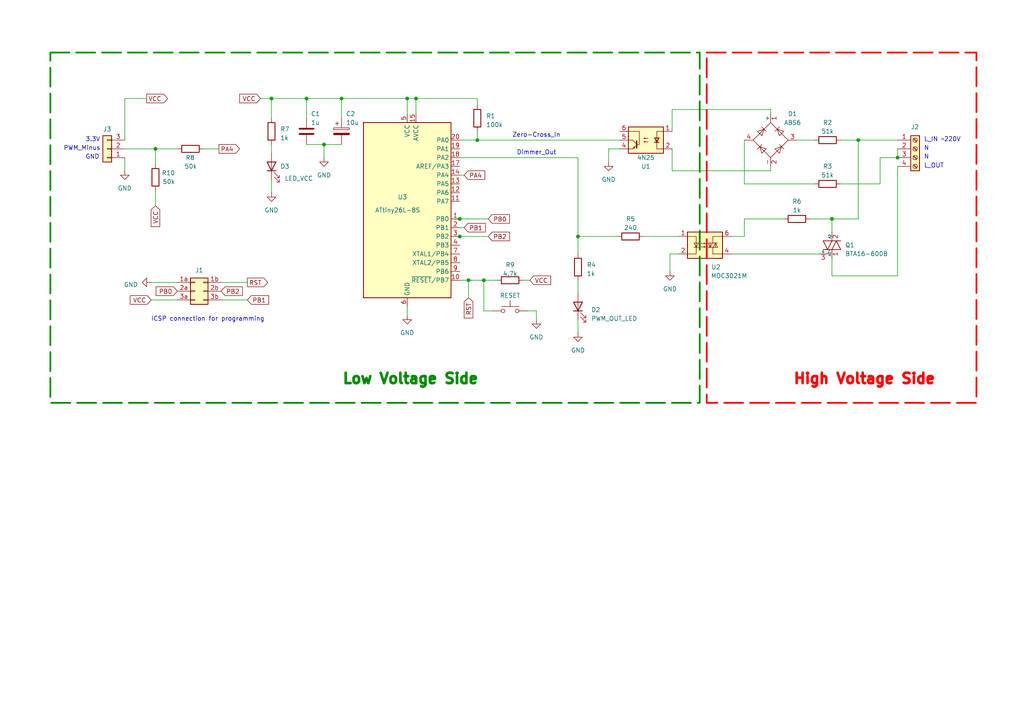
<source format=kicad_sch>
(kicad_sch (version 20230121) (generator eeschema)
  (paper "A4")
  (title_block (title "Твердотельное реле с анализом ШИМ / Smart SSR") (date "2023-03-12") (comment 2 "Dmitry Parkhomeko") (comment 3 "https://uni3d.store/viewtopic.php?t=527"))
  (lib_symbols
    (symbol "Connector:Screw_Terminal_01x04" (pin_names (offset 1.016) hide)
      (property "Reference" "J" (at 0 5.08 0))
      (property "Value" "Screw_Terminal_01x04" (at 0 -7.62 0))
      (symbol "Screw_Terminal_01x04_1_1"
        (rectangle (start -1.27 3.81) (end 1.27 -6.35) (stroke (width 0.254)) (fill (type background)))
        (circle (center 0 -5.08) (radius 0.635) (stroke (width 0.1524)))
        (circle (center 0 -2.54) (radius 0.635) (stroke (width 0.1524)))
        (polyline (pts (xy -0.5334 -4.7498) (xy 0.3302 -5.588)) (stroke (width 0.1524)))
        (polyline (pts (xy -0.5334 -2.2098) (xy 0.3302 -3.048)) (stroke (width 0.1524)))
        (polyline (pts (xy -0.5334 0.3302) (xy 0.3302 -0.508)) (stroke (width 0.1524)))
        (polyline (pts (xy -0.5334 2.8702) (xy 0.3302 2.032)) (stroke (width 0.1524)))
        (polyline (pts (xy -0.3556 -4.572) (xy 0.508 -5.4102)) (stroke (width 0.1524)))
        (polyline (pts (xy -0.3556 -2.032) (xy 0.508 -2.8702)) (stroke (width 0.1524)))
        (polyline (pts (xy -0.3556 0.508) (xy 0.508 -0.3302)) (stroke (width 0.1524)))
        (polyline (pts (xy -0.3556 3.048) (xy 0.508 2.2098)) (stroke (width 0.1524)))
        (circle (center 0 0) (radius 0.635) (stroke (width 0.1524)))
        (circle (center 0 2.54) (radius 0.635) (stroke (width 0.1524)))
        (pin passive line (at -5.08 2.54 0) (length 3.81) (name "Pin_1") (number "1"))
        (pin passive line (at -5.08 0 0) (length 3.81) (name "Pin_2") (number "2"))
        (pin passive line (at -5.08 -2.54 0) (length 3.81) (name "Pin_3") (number "3"))
        (pin passive line (at -5.08 -5.08 0) (length 3.81) (name "Pin_4") (number "4"))
      )
    )
    (symbol "Connector_Generic:Conn_01x03" (pin_names (offset 1.016) hide)
      (property "Reference" "J" (at 0 5.08 0))
      (property "Value" "Conn_01x03" (at 0 -5.08 0))
      (symbol "Conn_01x03_1_1"
        (rectangle (start -1.27 -2.413) (end 0 -2.667) (stroke (width 0.1524)))
        (rectangle (start -1.27 0.127) (end 0 -0.127) (stroke (width 0.1524)))
        (rectangle (start -1.27 2.667) (end 0 2.413) (stroke (width 0.1524)))
        (rectangle (start -1.27 3.81) (end 1.27 -3.81) (stroke (width 0.254)) (fill (type background)))
        (pin passive line (at -5.08 2.54 0) (length 3.81) (name "Pin_1") (number "1"))
        (pin passive line (at -5.08 0 0) (length 3.81) (name "Pin_2") (number "2"))
        (pin passive line (at -5.08 -2.54 0) (length 3.81) (name "Pin_3") (number "3"))
      )
    )
    (symbol "Connector_Generic:Conn_02x03_Row_Letter_Last" (pin_names (offset 1.016) hide)
      (property "Reference" "J" (at 1.27 5.08 0))
      (property "Value" "Conn_02x03_Row_Letter_Last" (at 1.27 -5.08 0))
      (symbol "Conn_02x03_Row_Letter_Last_1_1"
        (rectangle (start -1.27 -2.413) (end 0 -2.667) (stroke (width 0.1524)))
        (rectangle (start -1.27 0.127) (end 0 -0.127) (stroke (width 0.1524)))
        (rectangle (start -1.27 2.667) (end 0 2.413) (stroke (width 0.1524)))
        (rectangle (start -1.27 3.81) (end 3.81 -3.81) (stroke (width 0.254)) (fill (type background)))
        (rectangle (start 3.81 -2.413) (end 2.54 -2.667) (stroke (width 0.1524)))
        (rectangle (start 3.81 0.127) (end 2.54 -0.127) (stroke (width 0.1524)))
        (rectangle (start 3.81 2.667) (end 2.54 2.413) (stroke (width 0.1524)))
        (pin passive line (at -5.08 2.54 0) (length 3.81) (name "Pin_1a") (number "1a"))
        (pin passive line (at 7.62 2.54 180) (length 3.81) (name "Pin_1b") (number "1b"))
        (pin passive line (at -5.08 0 0) (length 3.81) (name "Pin_2a") (number "2a"))
        (pin passive line (at 7.62 0 180) (length 3.81) (name "Pin_2b") (number "2b"))
        (pin passive line (at -5.08 -2.54 0) (length 3.81) (name "Pin_3a") (number "3a"))
        (pin passive line (at 7.62 -2.54 180) (length 3.81) (name "Pin_3b") (number "3b"))
      )
    )
    (symbol "Device:C" (pin_numbers hide) (pin_names (offset 0.254))
      (property "Reference" "C" (at 0.635 2.54 0))
      (property "Value" "C" (at 0.635 -2.54 0))
      (symbol "C_0_1"
        (polyline (pts (xy -2.032 -0.762) (xy 2.032 -0.762)) (stroke (width 0.508)))
        (polyline (pts (xy -2.032 0.762) (xy 2.032 0.762)) (stroke (width 0.508)))
      )
      (symbol "C_1_1"
        (pin passive line (at 0 3.81 270) (length 2.794) (name "~") (number "1"))
        (pin passive line (at 0 -3.81 90) (length 2.794) (name "~") (number "2"))
      )
    )
    (symbol "Device:C_Polarized" (pin_numbers hide) (pin_names (offset 0.254))
      (property "Reference" "C" (at 0.635 2.54 0))
      (property "Value" "C_Polarized" (at 0.635 -2.54 0))
      (symbol "C_Polarized_0_1"
        (rectangle (start -2.286 0.508) (end 2.286 1.016))
        (polyline (pts (xy -1.778 2.286) (xy -0.762 2.286)))
        (polyline (pts (xy -1.27 2.794) (xy -1.27 1.778)))
        (rectangle (start 2.286 -0.508) (end -2.286 -1.016) (fill (type outline)))
      )
      (symbol "C_Polarized_1_1"
        (pin passive line (at 0 3.81 270) (length 2.794) (name "~") (number "1"))
        (pin passive line (at 0 -3.81 90) (length 2.794) (name "~") (number "2"))
      )
    )
    (symbol "Device:LED" (pin_numbers hide) (pin_names (offset 1.016) hide)
      (property "Reference" "D" (at 0 2.54 0))
      (property "Value" "LED" (at 0 -2.54 0))
      (symbol "LED_0_1"
        (polyline (pts (xy -1.27 -1.27) (xy -1.27 1.27)) (stroke (width 0.254)))
        (polyline (pts (xy -1.27 0) (xy 1.27 0)))
        (polyline (pts (xy 1.27 -1.27) (xy 1.27 1.27) (xy -1.27 0) (xy 1.27 -1.27)) (stroke (width 0.254)))
        (polyline (pts (xy -3.048 -0.762) (xy -4.572 -2.286) (xy -3.81 -2.286) (xy -4.572 -2.286) (xy -4.572 -1.524)))
        (polyline (pts (xy -1.778 -0.762) (xy -3.302 -2.286) (xy -2.54 -2.286) (xy -3.302 -2.286) (xy -3.302 -1.524)))
      )
      (symbol "LED_1_1"
        (pin passive line (at -3.81 0 0) (length 2.54) (name "K") (number "1"))
        (pin passive line (at 3.81 0 180) (length 2.54) (name "A") (number "2"))
      )
    )
    (symbol "Device:R" (pin_numbers hide) (pin_names (offset 0))
      (property "Reference" "R" (at 2.032 0 90))
      (property "Value" "R" (at 0 0 90))
      (symbol "R_0_1"
        (rectangle (start -1.016 -2.54) (end 1.016 2.54) (stroke (width 0.254)))
      )
      (symbol "R_1_1"
        (pin passive line (at 0 3.81 270) (length 1.27) (name "~") (number "1"))
        (pin passive line (at 0 -3.81 90) (length 1.27) (name "~") (number "2"))
      )
    )
    (symbol "Diode_Bridge:ABS6" (pin_names (offset 0))
      (property "Reference" "D" (at 2.54 6.985 0))
      (property "Value" "ABS6" (at 2.54 5.08 0))
      (symbol "ABS6_0_1"
        (polyline (pts (xy -2.54 3.81) (xy -1.27 2.54)))
        (polyline (pts (xy -1.27 -2.54) (xy -2.54 -3.81)))
        (polyline (pts (xy 2.54 -1.27) (xy 3.81 -2.54)))
        (polyline (pts (xy 2.54 1.27) (xy 3.81 2.54)))
        (polyline (pts (xy -3.81 2.54) (xy -2.54 1.27) (xy -1.905 3.175) (xy -3.81 2.54)))
        (polyline (pts (xy -2.54 -1.27) (xy -3.81 -2.54) (xy -1.905 -3.175) (xy -2.54 -1.27)))
        (polyline (pts (xy 1.27 2.54) (xy 2.54 3.81) (xy 3.175 1.905) (xy 1.27 2.54)))
        (polyline (pts (xy 3.175 -1.905) (xy 1.27 -2.54) (xy 2.54 -3.81) (xy 3.175 -1.905)))
        (polyline (pts (xy -5.08 0) (xy 0 -5.08) (xy 5.08 0) (xy 0 5.08) (xy -5.08 0)))
      )
      (symbol "ABS6_1_1"
        (pin passive line (at 7.62 0 180) (length 2.54) (name "+") (number "1"))
        (pin passive line (at -7.62 0 0) (length 2.54) (name "-") (number "2"))
        (pin passive line (at 0 -7.62 90) (length 2.54) (name "~") (number "3"))
        (pin passive line (at 0 7.62 270) (length 2.54) (name "~") (number "4"))
      )
    )
    (symbol "Isolator:4N25" (pin_names (offset 1.016))
      (property "Reference" "U" (at -5.08 5.08 0))
      (property "Value" "4N25" (at 0 5.08 0))
      (symbol "4N25_0_1"
        (rectangle (start -5.08 3.81) (end 5.08 -3.81) (stroke (width 0.254)) (fill (type background)))
        (polyline (pts (xy -3.81 -0.635) (xy -2.54 -0.635)) (stroke (width 0.254)))
        (polyline (pts (xy 2.667 -1.397) (xy 3.81 -2.54)))
        (polyline (pts (xy 2.667 -1.143) (xy 3.81 0)))
        (polyline (pts (xy 3.81 -2.54) (xy 5.08 -2.54)))
        (polyline (pts (xy 3.81 0) (xy 5.08 0)))
        (polyline (pts (xy 2.667 -0.254) (xy 2.667 -2.286) (xy 2.667 -2.286)) (stroke (width 0.3556)))
        (polyline (pts (xy -5.08 -2.54) (xy -3.175 -2.54) (xy -3.175 2.54) (xy -5.08 2.54)))
        (polyline (pts (xy -3.175 -0.635) (xy -3.81 0.635) (xy -2.54 0.635) (xy -3.175 -0.635)) (stroke (width 0.254)))
        (polyline (pts (xy 3.683 -2.413) (xy 3.429 -1.905) (xy 3.175 -2.159) (xy 3.683 -2.413)))
        (polyline (pts (xy 5.08 2.54) (xy 1.905 2.54) (xy 1.905 -1.27) (xy 2.54 -1.27)))
        (polyline (pts (xy -0.635 -0.508) (xy 0.635 -0.508) (xy 0.254 -0.635) (xy 0.254 -0.381) (xy 0.635 -0.508)))
        (polyline (pts (xy -0.635 0.508) (xy 0.635 0.508) (xy 0.254 0.381) (xy 0.254 0.635) (xy 0.635 0.508)))
      )
      (symbol "4N25_1_1"
        (pin passive line (at -7.62 2.54 0) (length 2.54) (name "~") (number "1"))
        (pin passive line (at -7.62 -2.54 0) (length 2.54) (name "~") (number "2"))
        (pin no_connect line (at -5.08 0 0) (length 2.54) hide (name "NC") (number "3"))
        (pin passive line (at 7.62 -2.54 180) (length 2.54) (name "~") (number "4"))
        (pin passive line (at 7.62 0 180) (length 2.54) (name "~") (number "5"))
        (pin passive line (at 7.62 2.54 180) (length 2.54) (name "~") (number "6"))
      )
    )
    (symbol "MCU_Microchip_ATtiny:ATtiny26L-8S"
      (property "Reference" "U" (at -12.7 26.67 0))
      (property "Value" "ATtiny26L-8S" (at 2.54 -26.67 0))
      (symbol "ATtiny26L-8S_0_1"
        (rectangle (start -12.7 -25.4) (end 12.7 25.4) (stroke (width 0.254)) (fill (type background)))
      )
      (symbol "ATtiny26L-8S_1_1"
        (pin bidirectional line (at 15.24 -2.54 180) (length 2.54) (name "PB0") (number "1"))
        (pin bidirectional line (at 15.24 -20.32 180) (length 2.54) (name "~{RESET}/PB7") (number "10"))
        (pin bidirectional line (at 15.24 2.54 180) (length 2.54) (name "PA7") (number "11"))
        (pin bidirectional line (at 15.24 5.08 180) (length 2.54) (name "PA6") (number "12"))
        (pin bidirectional line (at 15.24 7.62 180) (length 2.54) (name "PA5") (number "13"))
        (pin bidirectional line (at 15.24 10.16 180) (length 2.54) (name "PA4") (number "14"))
        (pin power_in line (at 2.54 27.94 270) (length 2.54) (name "AVCC") (number "15"))
        (pin passive line (at 0 -27.94 90) (length 2.54) hide (name "GND") (number "16"))
        (pin bidirectional line (at 15.24 12.7 180) (length 2.54) (name "AREF/PA3") (number "17"))
        (pin bidirectional line (at 15.24 15.24 180) (length 2.54) (name "PA2") (number "18"))
        (pin bidirectional line (at 15.24 17.78 180) (length 2.54) (name "PA1") (number "19"))
        (pin bidirectional line (at 15.24 -5.08 180) (length 2.54) (name "PB1") (number "2"))
        (pin bidirectional line (at 15.24 20.32 180) (length 2.54) (name "PA0") (number "20"))
        (pin bidirectional line (at 15.24 -7.62 180) (length 2.54) (name "PB2") (number "3"))
        (pin bidirectional line (at 15.24 -10.16 180) (length 2.54) (name "PB3") (number "4"))
        (pin power_in line (at 0 27.94 270) (length 2.54) (name "VCC") (number "5"))
        (pin power_in line (at 0 -27.94 90) (length 2.54) (name "GND") (number "6"))
        (pin bidirectional line (at 15.24 -12.7 180) (length 2.54) (name "XTAL1/PB4") (number "7"))
        (pin bidirectional line (at 15.24 -15.24 180) (length 2.54) (name "XTAL2/PB5") (number "8"))
        (pin bidirectional line (at 15.24 -17.78 180) (length 2.54) (name "PB6") (number "9"))
      )
    )
    (symbol "Relay_SolidState:MOC3021M"
      (property "Reference" "U" (at -5.334 4.826 0))
      (property "Value" "MOC3021M" (at 0 5.08 0))
      (symbol "MOC3021M_0_1"
        (rectangle (start -5.08 3.81) (end 5.08 -3.81) (stroke (width 0.254)) (fill (type background)))
        (polyline (pts (xy -3.175 -0.635) (xy -1.905 -0.635)))
        (polyline (pts (xy 1.524 -0.635) (xy 1.524 0.635)))
        (polyline (pts (xy 3.048 0.635) (xy 3.048 -0.635)))
        (polyline (pts (xy 2.286 -0.635) (xy 2.286 -2.54) (xy 5.08 -2.54)))
        (polyline (pts (xy 2.286 0.635) (xy 2.286 2.54) (xy 5.08 2.54)))
        (polyline (pts (xy -5.08 2.54) (xy -2.54 2.54) (xy -2.54 -2.54) (xy -5.08 -2.54)))
        (polyline (pts (xy -2.54 -0.635) (xy -3.175 0.635) (xy -1.905 0.635) (xy -2.54 -0.635)))
        (polyline (pts (xy 0.889 -0.635) (xy 3.683 -0.635) (xy 3.048 0.635) (xy 2.413 -0.635)))
        (polyline (pts (xy 3.683 0.635) (xy 0.889 0.635) (xy 1.524 -0.635) (xy 2.159 0.635)))
        (polyline (pts (xy -1.143 -0.508) (xy 0.127 -0.508) (xy -0.254 -0.635) (xy -0.254 -0.381) (xy 0.127 -0.508)))
        (polyline (pts (xy -1.143 0.508) (xy 0.127 0.508) (xy -0.254 0.381) (xy -0.254 0.635) (xy 0.127 0.508)))
      )
      (symbol "MOC3021M_1_1"
        (pin passive line (at -7.62 2.54 0) (length 2.54) (name "~") (number "1"))
        (pin passive line (at -7.62 -2.54 0) (length 2.54) (name "~") (number "2"))
        (pin no_connect line (at -5.08 0 0) (length 2.54) hide (name "NC") (number "3"))
        (pin passive line (at 7.62 -2.54 180) (length 2.54) (name "~") (number "4"))
        (pin no_connect line (at 5.08 0 180) (length 2.54) hide (name "NC") (number "5"))
        (pin passive line (at 7.62 2.54 180) (length 2.54) (name "~") (number "6"))
      )
    )
    (symbol "Switch:SW_Push" (pin_numbers hide) (pin_names (offset 1.016) hide)
      (property "Reference" "SW" (at 1.27 2.54 0))
      (property "Value" "SW_Push" (at 0 -1.524 0))
      (symbol "SW_Push_0_1"
        (circle (center -2.032 0) (radius 0.508))
        (polyline (pts (xy 0 1.27) (xy 0 3.048)))
        (polyline (pts (xy 2.54 1.27) (xy -2.54 1.27)))
        (circle (center 2.032 0) (radius 0.508))
        (pin passive line (at -5.08 0 0) (length 2.54) (name "1") (number "1"))
        (pin passive line (at 5.08 0 180) (length 2.54) (name "2") (number "2"))
      )
    )
    (symbol "Triac_Thyristor:BTA16-600B" (pin_names (offset 0))
      (property "Reference" "Q" (at 5.08 1.905 0))
      (property "Value" "BTA16-600B" (at 5.08 0 0))
      (symbol "BTA16-600B_0_1"
        (polyline (pts (xy -2.54 -1.27) (xy 2.54 -1.27)) (stroke (width 0.2032)))
        (polyline (pts (xy -2.54 1.27) (xy 2.54 1.27)) (stroke (width 0.2032)))
        (polyline (pts (xy -1.27 -2.54) (xy -0.635 -1.27)))
        (polyline (pts (xy -2.54 1.27) (xy -1.27 -1.27) (xy 0 1.27)) (stroke (width 0.2032)))
        (polyline (pts (xy 0 -1.27) (xy 1.27 1.27) (xy 2.54 -1.27)) (stroke (width 0.2032)))
      )
      (symbol "BTA16-600B_1_1"
        (pin passive line (at 0 -3.81 90) (length 2.54) (name "A1") (number "1"))
        (pin passive line (at 0 3.81 270) (length 2.54) (name "A2") (number "2"))
        (pin input line (at -3.81 -2.54 0) (length 2.54) (name "G") (number "3"))
      )
    )
    (symbol "power:GND" (power) (pin_names (offset 0))
      (property "Value" "GND" (at 0 -3.81 0))
      (symbol "GND_0_1"
        (polyline (pts (xy 0 0) (xy 0 -1.27) (xy 1.27 -1.27) (xy 0 -2.54) (xy -1.27 -1.27) (xy 0 -1.27)))
      )
      (symbol "GND_1_1"
        (pin power_in line (at 0 0 270) (length 0) hide (name "GND") (number "1"))
      )
    )
  )
  (junction (at 260.35 45.72))
  (junction (at 167.64 68.58))
  (junction (at 138.43 40.64))
  (junction (at 99.06 28.575))
  (junction (at 78.74 28.575))
  (junction (at 133.35 68.58))
  (junction (at 88.9 28.575))
  (junction (at 120.65 28.575))
  (junction (at 45.085 43.18))
  (junction (at 118.11 28.575))
  (junction (at 93.98 41.91))
  (junction (at 133.35 63.5))
  (junction (at 140.335 81.28))
  (junction (at 241.3 63.5))
  (junction (at 248.92 40.64))
  (junction (at 135.89 81.28))
  (wire (pts (xy 140.335 81.28) (xy 144.145 81.28)))
  (wire (pts (xy 132.08 68.58) (xy 133.35 68.58)))
  (wire (pts (xy 260.35 43.18) (xy 260.35 45.72)))
  (wire (pts (xy 215.9 63.5) (xy 227.33 63.5)))
  (wire (pts (xy 231.14 40.64) (xy 236.22 40.64)))
  (wire (pts (xy 36.195 28.575) (xy 42.545 28.575)))
  (wire (pts (xy 59.055 43.18) (xy 63.5 43.18)))
  (wire (pts (xy 176.53 46.99) (xy 176.53 43.18)))
  (wire (pts (xy 78.74 41.91) (xy 78.74 44.45)))
  (wire (pts (xy 212.09 68.58) (xy 215.9 68.58)))
  (wire (pts (xy 223.52 49.53) (xy 223.52 48.26)))
  (wire (pts (xy 88.9 41.91) (xy 93.98 41.91)))
  (wire (pts (xy 255.27 53.34) (xy 255.27 45.72)))
  (wire (pts (xy 241.3 63.5) (xy 241.3 67.31)))
  (wire (pts (xy 194.945 49.53) (xy 194.945 43.18)))
  (wire (pts (xy 194.945 49.53) (xy 223.52 49.53)))
  (wire (pts (xy 196.85 68.58) (xy 186.69 68.58)))
  (wire (pts (xy 176.53 43.18) (xy 179.705 43.18)))
  (wire (pts (xy 118.11 28.575) (xy 118.11 33.02)))
  (wire (pts (xy 248.92 40.64) (xy 260.35 40.64)))
  (wire (pts (xy 151.765 81.28) (xy 153.67 81.28)))
  (wire (pts (xy 243.84 40.64) (xy 248.92 40.64)))
  (wire (pts (xy 194.31 73.66) (xy 196.85 73.66)))
  (wire (pts (xy 223.52 31.75) (xy 223.52 33.02)))
  (wire (pts (xy 243.84 53.34) (xy 255.27 53.34)))
  (wire (pts (xy 36.195 43.18) (xy 45.085 43.18)))
  (wire (pts (xy 135.89 81.28) (xy 140.335 81.28)))
  (wire (pts (xy 248.92 63.5) (xy 241.3 63.5)))
  (wire (pts (xy 215.9 68.58) (xy 215.9 63.5)))
  (wire (pts (xy 133.35 45.72) (xy 167.64 45.72)))
  (wire (pts (xy 248.92 40.64) (xy 248.92 63.5)))
  (wire (pts (xy 167.64 68.58) (xy 167.64 73.66)))
  (wire (pts (xy 153.035 90.17) (xy 155.575 90.17)))
  (wire (pts (xy 45.085 43.18) (xy 45.085 47.625)))
  (wire (pts (xy 194.945 31.75) (xy 194.945 38.1)))
  (wire (pts (xy 99.06 28.575) (xy 99.06 34.29)))
  (wire (pts (xy 45.085 43.18) (xy 51.435 43.18)))
  (wire (pts (xy 78.74 28.575) (xy 88.9 28.575)))
  (wire (pts (xy 167.64 81.28) (xy 167.64 85.09)))
  (wire (pts (xy 215.9 40.64) (xy 215.9 53.34)))
  (wire (pts (xy 138.43 38.1) (xy 138.43 40.64)))
  (wire (pts (xy 64.135 86.995) (xy 71.755 86.995)))
  (wire (pts (xy 36.195 45.72) (xy 36.195 49.53)))
  (wire (pts (xy 234.95 63.5) (xy 241.3 63.5)))
  (wire (pts (xy 75.565 28.575) (xy 78.74 28.575)))
  (wire (pts (xy 167.64 45.72) (xy 167.64 68.58)))
  (wire (pts (xy 133.35 63.5) (xy 141.605 63.5)))
  (wire (pts (xy 132.08 63.5) (xy 133.35 63.5)))
  (wire (pts (xy 241.3 80.01) (xy 260.35 80.01)))
  (wire (pts (xy 88.9 28.575) (xy 99.06 28.575)))
  (wire (pts (xy 138.43 40.64) (xy 179.705 40.64)))
  (wire (pts (xy 45.085 55.245) (xy 45.085 59.69)))
  (wire (pts (xy 194.945 31.75) (xy 223.52 31.75)))
  (wire (pts (xy 255.27 45.72) (xy 260.35 45.72)))
  (wire (pts (xy 133.35 40.64) (xy 138.43 40.64)))
  (wire (pts (xy 155.575 90.17) (xy 155.575 92.71)))
  (wire (pts (xy 140.335 81.28) (xy 140.335 90.17)))
  (wire (pts (xy 134.62 66.04) (xy 133.35 66.04)))
  (wire (pts (xy 118.11 28.575) (xy 120.65 28.575)))
  (wire (pts (xy 78.74 28.575) (xy 78.74 34.29)))
  (wire (pts (xy 133.35 81.28) (xy 135.89 81.28)))
  (wire (pts (xy 36.195 28.575) (xy 36.195 40.64)))
  (wire (pts (xy 93.98 41.91) (xy 93.98 45.72)))
  (wire (pts (xy 212.09 73.66) (xy 237.49 73.66)))
  (wire (pts (xy 167.64 68.58) (xy 179.07 68.58)))
  (wire (pts (xy 120.65 28.575) (xy 138.43 28.575)))
  (wire (pts (xy 133.35 50.8) (xy 134.62 50.8)))
  (wire (pts (xy 167.64 92.71) (xy 167.64 96.52)))
  (wire (pts (xy 88.9 28.575) (xy 88.9 34.29)))
  (wire (pts (xy 99.06 28.575) (xy 118.11 28.575)))
  (wire (pts (xy 118.11 88.9) (xy 118.11 91.44)))
  (wire (pts (xy 78.74 52.07) (xy 78.74 55.88)))
  (wire (pts (xy 215.9 53.34) (xy 236.22 53.34)))
  (wire (pts (xy 133.35 68.58) (xy 141.605 68.58)))
  (wire (pts (xy 64.135 81.915) (xy 71.755 81.915)))
  (wire (pts (xy 241.3 74.93) (xy 241.3 80.01)))
  (wire (pts (xy 43.815 81.915) (xy 51.435 81.915)))
  (wire (pts (xy 138.43 28.575) (xy 138.43 30.48)))
  (wire (pts (xy 120.65 33.02) (xy 120.65 28.575)))
  (wire (pts (xy 140.335 90.17) (xy 142.875 90.17)))
  (wire (pts (xy 135.89 81.28) (xy 135.89 86.36)))
  (wire (pts (xy 43.815 86.995) (xy 51.435 86.995)))
  (wire (pts (xy 194.31 78.74) (xy 194.31 73.66)))
  (wire (pts (xy 260.35 48.26) (xy 260.35 80.01)))
  (wire (pts (xy 93.98 41.91) (xy 99.06 41.91)))
  (rectangle (start 14.605 15.24) (end 202.946 116.84) (stroke (width 0.5) (type dash) (color 0 132 0 1)))
  (rectangle (start 204.978 15.24) (end 283.21 116.84) (stroke (width 0.5) (type dash) (color 255 0 0 1)))
  (text "Dimmer_Out" (at 149.86 45.085 0) (effects (font (size 1.27 1.27)) (justify left bottom)))
  (text "L_OUT" (at 267.97 48.895 0) (effects (font (size 1.27 1.27)) (justify left bottom)))
  (text "Low Voltage Side" (at 99.06 111.76 0) (effects (font (size 3 3) (thickness 1) bold) (justify left bottom)))
  (text "L_IN ~220V" (at 267.97 41.275 0) (effects (font (size 1.27 1.27)) (justify left bottom)))
  (text "GND" (at 24.765 46.355 0) (effects (font (size 1.27 1.27)) (justify left bottom)))
  (text "ICSP connection for programming" (at 43.815 93.345 0) (effects (font (size 1.27 1.27)) (justify left bottom)))
  (text "3.3V" (at 24.765 41.275 0) (effects (font (size 1.27 1.27)) (justify left bottom)))
  (text "PWM_Minus" (at 18.415 43.815 0) (effects (font (size 1.27 1.27)) (justify left bottom)))
  (text "High Voltage Side" (at 229.87 111.76 0) (effects (font (size 3 3) (thickness 1) bold) (justify left bottom)))
  (text "N" (at 267.97 43.815 0) (effects (font (size 1.27 1.27)) (justify left bottom)))
  (text "N" (at 267.97 46.355 0) (effects (font (size 1.27 1.27)) (justify left bottom)))
  (text "Zero-Cross_In" (at 148.59 40.005 0) (effects (font (size 1.27 1.27)) (justify left bottom)))
  (global_label "RST" (shape output) (at 71.755 81.915 0) (property "Intersheetrefs" "${INTERSHEET_REFS}" (effects hide)))
  (global_label "PB1" (shape input) (at 71.755 86.995 0) (property "Intersheetrefs" "${INTERSHEET_REFS}" (effects hide)))
  (global_label "VCC" (shape output) (at 42.545 28.575 0) (property "Intersheetrefs" "${INTERSHEET_REFS}" (effects hide)))
  (global_label "PB0" (shape input) (at 141.605 63.5 0) (property "Intersheetrefs" "${INTERSHEET_REFS}" (effects hide)))
  (global_label "PB1" (shape input) (at 134.62 66.04 0) (property "Intersheetrefs" "${INTERSHEET_REFS}" (effects hide)))
  (global_label "VCC" (shape input) (at 43.815 86.995 180) (property "Intersheetrefs" "${INTERSHEET_REFS}" (effects hide)))
  (global_label "VCC" (shape input) (at 153.67 81.28 0) (property "Intersheetrefs" "${INTERSHEET_REFS}" (effects hide)))
  (global_label "PB2" (shape input) (at 141.605 68.58 0) (property "Intersheetrefs" "${INTERSHEET_REFS}" (effects hide)))
  (global_label "RST" (shape input) (at 135.89 86.36 270) (property "Intersheetrefs" "${INTERSHEET_REFS}" (effects hide)))
  (global_label "PA4" (shape output) (at 63.5 43.18 0) (property "Intersheetrefs" "${INTERSHEET_REFS}" (effects hide)))
  (global_label "PB2" (shape input) (at 64.135 84.455 0) (property "Intersheetrefs" "${INTERSHEET_REFS}" (effects hide)))
  (global_label "PA4" (shape input) (at 134.62 50.8 0) (property "Intersheetrefs" "${INTERSHEET_REFS}" (effects hide)))
  (global_label "VCC" (shape input) (at 45.085 59.69 270) (property "Intersheetrefs" "${INTERSHEET_REFS}" (effects hide)))
  (global_label "PB0" (shape input) (at 51.435 84.455 180) (property "Intersheetrefs" "${INTERSHEET_REFS}" (effects hide)))
  (global_label "VCC" (shape input) (at 75.565 28.575 180) (property "Intersheetrefs" "${INTERSHEET_REFS}" (effects hide)))
  (symbol (lib_id "power:GND") (at 36.195 49.53 0) (unit 1)
    (property "Reference" "#PWR01" (effects hide))
    (property "Value" "GND" (at 36.195 54.61 0))
  )
  (symbol (lib_id "Device:C") (at 88.9 38.1 0) (unit 1)
    (property "Reference" "C1" (at 90.17 33.02 0) (effects (justify left)))
    (property "Value" "1u" (at 90.17 35.56 0) (effects (justify left)))
  )
  (symbol (lib_id "Device:R") (at 231.14 63.5 90) (unit 1)
    (property "Reference" "R6" (at 231.14 58.42 90))
    (property "Value" "1k" (at 231.14 60.96 90))
  )
  (symbol (lib_id "Device:R") (at 167.64 77.47 0) (unit 1)
    (property "Reference" "R4" (at 170.18 76.835 0) (effects (justify left)))
    (property "Value" "1k" (at 170.18 79.375 0) (effects (justify left)))
  )
  (symbol (lib_id "power:GND") (at 176.53 46.99 0) (unit 1)
    (property "Reference" "#PWR02" (effects hide))
    (property "Value" "GND" (at 176.53 52.07 0))
  )
  (symbol (lib_id "Device:LED") (at 78.74 48.26 90) (unit 1)
    (property "Reference" "D3" (at 81.28 48.26 90) (effects (justify right)))
    (property "Value" "LED_VCC" (at 82.55 51.7525 90) (effects (justify right)))
    (property "Footprint" "LED_SMD:LED_0603_1608Metric_Pad1.05x0.95mm_HandSolder" (effects hide))
  )
  (symbol (lib_id "Connector:Screw_Terminal_01x04") (at 265.43 43.18 0) (unit 1)
    (property "Reference" "J2" (at 264.16 36.83 0) (effects (justify left)))
    (property "Value" "Screw_Terminal_01x04" (effects hide))
    (property "Footprint" "TerminalBlock_MetzConnect:TerminalBlock_MetzConnect_Type067_RT01904HDWC_1x04_P10.00mm_Horizontal" (effects hide))
  )
  (symbol (lib_id "Isolator:4N25") (at 187.325 40.64 0) (mirror y) (unit 1)
    (property "Reference" "U1" (at 187.325 48.26 0))
    (property "Value" "4N25" (at 187.325 45.72 0))
    (property "Footprint" "Package_DIP:DIP-6_W7.62mm" (effects hide))
    (property "Datasheet" "https://www.vishay.com/docs/83725/4n25.pdf" (effects hide))
  )
  (symbol (lib_id "power:GND") (at 78.74 55.88 0) (unit 1)
    (property "Reference" "#PWR08" (effects hide))
    (property "Value" "GND" (at 78.74 60.96 0))
  )
  (symbol (lib_id "power:GND") (at 118.11 91.44 0) (unit 1)
    (property "Reference" "#PWR06" (effects hide))
    (property "Value" "GND" (at 118.11 96.52 0))
  )
  (symbol (lib_id "Device:R") (at 240.03 40.64 90) (unit 1)
    (property "Reference" "R2" (at 240.03 35.56 90))
    (property "Value" "51k" (at 240.03 38.1 90))
  )
  (symbol (lib_id "Connector_Generic:Conn_01x03") (at 31.115 43.18 180) (unit 1)
    (property "Reference" "J3" (at 31.115 37.465 0))
    (property "Value" "Conn_01x03" (effects hide))
    (property "Footprint" "Connector_JST:JST_XH_B3B-XH-A_1x03_P2.50mm_Vertical" (effects hide))
  )
  (symbol (lib_id "Device:R") (at 78.74 38.1 0) (unit 1)
    (property "Reference" "R7" (at 81.28 37.465 0) (effects (justify left)))
    (property "Value" "1k" (at 81.28 40.005 0) (effects (justify left)))
  )
  (symbol (lib_id "Device:R") (at 45.085 51.435 180) (unit 1)
    (property "Reference" "R10" (at 50.8 50.165 0) (effects (justify left)))
    (property "Value" "50k" (at 50.8 52.705 0) (effects (justify left)))
  )
  (symbol (lib_id "power:GND") (at 167.64 96.52 0) (unit 1)
    (property "Reference" "#PWR03" (effects hide))
    (property "Value" "GND" (at 167.64 101.6 0))
  )
  (symbol (lib_id "Device:R") (at 240.03 53.34 90) (unit 1)
    (property "Reference" "R3" (at 240.03 48.26 90))
    (property "Value" "51k" (at 240.03 50.8 90))
  )
  (symbol (lib_id "Triac_Thyristor:BTA16-600B") (at 241.3 71.12 0) (unit 1)
    (property "Reference" "Q1" (at 245.11 71.0692 0) (effects (justify left)))
    (property "Value" "BTA16-600B" (at 245.11 73.6092 0) (effects (justify left)))
    (property "Footprint" "Package_TO_SOT_THT:TO-220-3_Vertical" (effects hide))
    (property "Datasheet" "https://www.st.com/resource/en/datasheet/bta16.pdf" (effects hide))
  )
  (symbol (lib_id "power:GND") (at 43.815 81.915 270) (unit 1)
    (property "Reference" "#PWR05" (effects hide))
    (property "Value" "GND" (at 40.005 82.55 90) (effects (justify right)))
  )
  (symbol (lib_id "power:GND") (at 194.31 78.74 0) (unit 1)
    (property "Reference" "#PWR04" (effects hide))
    (property "Value" "GND" (at 194.31 83.82 0))
  )
  (symbol (lib_id "Switch:SW_Push") (at 147.955 90.17 0) (unit 1)
    (property "Reference" "RESET" (at 147.955 85.725 0))
    (property "Value" "SW_Push" (effects hide))
    (property "Footprint" "Button_Switch_SMD:SW_Tactile_SPST_NO_Straight_CK_PTS636Sx25SMTRLFS" (effects hide))
  )
  (symbol (lib_id "Connector_Generic:Conn_02x03_Row_Letter_Last") (at 56.515 84.455 0) (unit 1)
    (property "Reference" "J1" (at 57.785 78.359 0))
    (property "Value" "Conn_02x03_Row_Letter_Last" (effects hide))
    (property "Footprint" "Connector_PinHeader_2.54mm:PinHeader_2x03_P2.54mm_Vertical" (effects hide))
  )
  (symbol (lib_id "power:GND") (at 155.575 92.71 0) (unit 1)
    (property "Reference" "#PWR09" (effects hide))
    (property "Value" "GND" (at 155.575 97.79 0))
  )
  (symbol (lib_id "Device:R") (at 147.955 81.28 90) (unit 1)
    (property "Reference" "R9" (at 147.955 76.835 90))
    (property "Value" "4.7k" (at 147.955 79.375 90))
  )
  (symbol (lib_id "Device:C_Polarized") (at 99.06 38.1 0) (unit 1)
    (property "Reference" "C2" (at 100.33 33.02 0) (effects (justify left)))
    (property "Value" "10u" (at 100.33 35.56 0) (effects (justify left)))
  )
  (symbol (lib_id "Diode_Bridge:ABS6") (at 223.52 40.64 90) (unit 1)
    (property "Reference" "D1" (at 229.87 33.02 90))
    (property "Value" "ABS6" (at 229.87 35.56 90))
    (property "Footprint" "Diode_SMD:Diode_Bridge_Diotec_ABS" (effects hide))
    (property "Datasheet" "https://diotec.com/tl_files/diotec/files/pdf/datasheets/abs2.pdf" (effects hide))
  )
  (symbol (lib_id "power:GND") (at 93.98 45.72 0) (unit 1)
    (property "Reference" "#PWR07" (effects hide))
    (property "Value" "GND" (at 93.98 50.8 0))
  )
  (symbol (lib_id "Device:R") (at 182.88 68.58 90) (unit 1)
    (property "Reference" "R5" (at 182.88 63.5 90))
    (property "Value" "240" (at 182.88 66.04 90))
  )
  (symbol (lib_id "Device:R") (at 55.245 43.18 90) (unit 1)
    (property "Reference" "R8" (at 56.515 45.72 90) (effects (justify left)))
    (property "Value" "50k" (at 57.15 48.26 90) (effects (justify left)))
  )
  (symbol (lib_id "Device:LED") (at 167.64 88.9 90) (unit 1)
    (property "Reference" "D2" (at 171.45 89.8525 90) (effects (justify right)))
    (property "Value" "PWM_OUT_LED" (at 171.45 92.3925 90) (effects (justify right)))
    (property "Footprint" "LED_SMD:LED_0603_1608Metric_Pad1.05x0.95mm_HandSolder" (effects hide))
  )
  (symbol (lib_id "Relay_SolidState:MOC3021M") (at 204.47 71.12 0) (unit 1)
    (property "Reference" "U2" (at 207.645 77.47 0))
    (property "Value" "MOC3021M" (at 211.455 80.01 0))
    (property "Datasheet" "https://www.onsemi.com/pub/Collateral/MOC3023M-D.PDF" (effects hide))
  )
  (symbol (lib_id "Device:R") (at 138.43 34.29 0) (unit 1)
    (property "Reference" "R1" (at 140.97 33.655 0) (effects (justify left)))
    (property "Value" "100k" (at 140.97 36.195 0) (effects (justify left)))
  )
  (symbol (lib_id "MCU_Microchip_ATtiny:ATtiny26L-8S") (at 118.11 60.96 0) (unit 1)
    (property "Reference" "U3" (at 118.11 57.15 0) (effects (justify right)))
    (property "Value" "ATtiny26L-8S" (at 121.92 60.96 0) (effects (justify right)))
    (property "Footprint" "Package_SO:SOIC-20W_7.5x12.8mm_P1.27mm" (effects hide))
    (property "Datasheet" "http://ww1.microchip.com/downloads/en/DeviceDoc/doc1477.pdf" (effects hide))
  )
)
</source>
